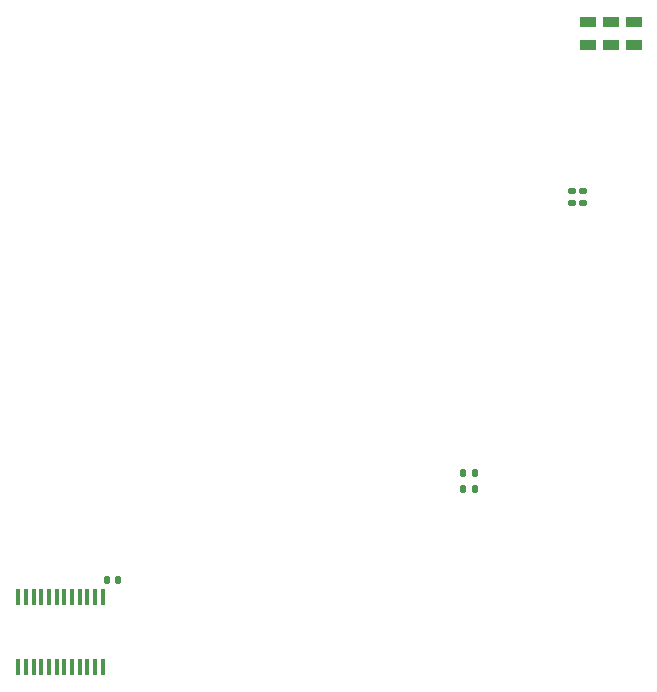
<source format=gbp>
%TF.GenerationSoftware,KiCad,Pcbnew,8.0.2*%
%TF.CreationDate,2024-05-28T09:54:11+02:00*%
%TF.ProjectId,esp_mini_open_brd,6573705f-6d69-46e6-995f-6f70656e5f62,rev?*%
%TF.SameCoordinates,Original*%
%TF.FileFunction,Paste,Bot*%
%TF.FilePolarity,Positive*%
%FSLAX46Y46*%
G04 Gerber Fmt 4.6, Leading zero omitted, Abs format (unit mm)*
G04 Created by KiCad (PCBNEW 8.0.2) date 2024-05-28 09:54:11*
%MOMM*%
%LPD*%
G01*
G04 APERTURE LIST*
G04 Aperture macros list*
%AMRoundRect*
0 Rectangle with rounded corners*
0 $1 Rounding radius*
0 $2 $3 $4 $5 $6 $7 $8 $9 X,Y pos of 4 corners*
0 Add a 4 corners polygon primitive as box body*
4,1,4,$2,$3,$4,$5,$6,$7,$8,$9,$2,$3,0*
0 Add four circle primitives for the rounded corners*
1,1,$1+$1,$2,$3*
1,1,$1+$1,$4,$5*
1,1,$1+$1,$6,$7*
1,1,$1+$1,$8,$9*
0 Add four rect primitives between the rounded corners*
20,1,$1+$1,$2,$3,$4,$5,0*
20,1,$1+$1,$4,$5,$6,$7,0*
20,1,$1+$1,$6,$7,$8,$9,0*
20,1,$1+$1,$8,$9,$2,$3,0*%
G04 Aperture macros list end*
%ADD10RoundRect,0.135000X-0.135000X-0.185000X0.135000X-0.185000X0.135000X0.185000X-0.135000X0.185000X0*%
%ADD11RoundRect,0.140000X0.140000X0.170000X-0.140000X0.170000X-0.140000X-0.170000X0.140000X-0.170000X0*%
%ADD12R,1.400000X0.950000*%
%ADD13RoundRect,0.135000X0.185000X-0.135000X0.185000X0.135000X-0.185000X0.135000X-0.185000X-0.135000X0*%
%ADD14R,0.450000X1.475000*%
G04 APERTURE END LIST*
D10*
X153795638Y-117413910D03*
X154815638Y-117413910D03*
D11*
X124585638Y-125088910D03*
X123625638Y-125088910D03*
D10*
X153795638Y-116013910D03*
X154815638Y-116013910D03*
D12*
X168251319Y-79763910D03*
X168251319Y-77863910D03*
X166320919Y-79763910D03*
X166320919Y-77863910D03*
X164415919Y-79763910D03*
X164415919Y-77863910D03*
D13*
X164005638Y-93223910D03*
X164005638Y-92203910D03*
D14*
X123305638Y-132451910D03*
X122655638Y-132451910D03*
X122005638Y-132451910D03*
X121355638Y-132451910D03*
X120705638Y-132451910D03*
X120055638Y-132451910D03*
X119405638Y-132451910D03*
X118755638Y-132451910D03*
X118105638Y-132451910D03*
X117455638Y-132451910D03*
X116805638Y-132451910D03*
X116155638Y-132451910D03*
X116155638Y-126575910D03*
X116805638Y-126575910D03*
X117455638Y-126575910D03*
X118105638Y-126575910D03*
X118755638Y-126575910D03*
X119405638Y-126575910D03*
X120055638Y-126575910D03*
X120705638Y-126575910D03*
X121355638Y-126575910D03*
X122005638Y-126575910D03*
X122655638Y-126575910D03*
X123305638Y-126575910D03*
D13*
X163005638Y-93223910D03*
X163005638Y-92203910D03*
M02*

</source>
